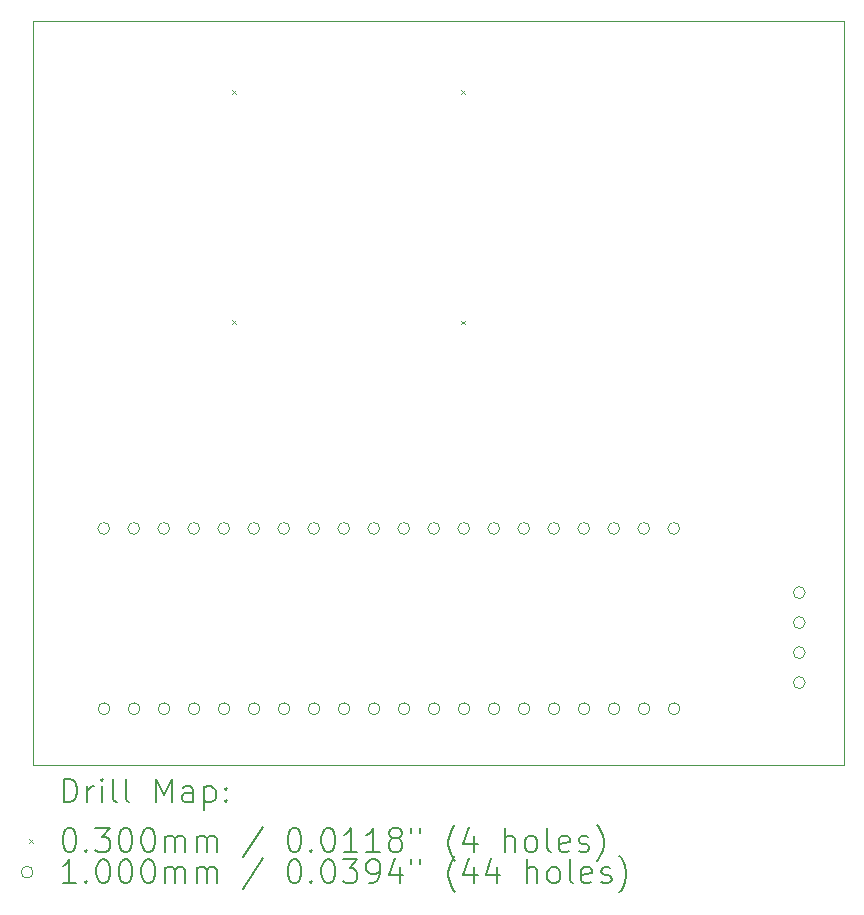
<source format=gbr>
%TF.GenerationSoftware,KiCad,Pcbnew,8.0.8*%
%TF.CreationDate,2025-06-15T23:17:13+08:00*%
%TF.ProjectId,2x2,3278322e-6b69-4636-9164-5f7063625858,rev?*%
%TF.SameCoordinates,Original*%
%TF.FileFunction,Drillmap*%
%TF.FilePolarity,Positive*%
%FSLAX45Y45*%
G04 Gerber Fmt 4.5, Leading zero omitted, Abs format (unit mm)*
G04 Created by KiCad (PCBNEW 8.0.8) date 2025-06-15 23:17:13*
%MOMM*%
%LPD*%
G01*
G04 APERTURE LIST*
%ADD10C,0.050000*%
%ADD11C,0.200000*%
%ADD12C,0.100000*%
G04 APERTURE END LIST*
D10*
X8201660Y-3180080D02*
X15062200Y-3180080D01*
X15062200Y-9476740D01*
X8201660Y-9476740D01*
X8201660Y-3180080D01*
D11*
D12*
X9885000Y-5710160D02*
X9915000Y-5740160D01*
X9915000Y-5710160D02*
X9885000Y-5740160D01*
X9887540Y-3764520D02*
X9917540Y-3794520D01*
X9917540Y-3764520D02*
X9887540Y-3794520D01*
X11823020Y-3764520D02*
X11853020Y-3794520D01*
X11853020Y-3764520D02*
X11823020Y-3794520D01*
X11823020Y-5712700D02*
X11853020Y-5742700D01*
X11853020Y-5712700D02*
X11823020Y-5742700D01*
X8848560Y-7472680D02*
G75*
G02*
X8748560Y-7472680I-50000J0D01*
G01*
X8748560Y-7472680D02*
G75*
G02*
X8848560Y-7472680I50000J0D01*
G01*
X8851100Y-8999220D02*
G75*
G02*
X8751100Y-8999220I-50000J0D01*
G01*
X8751100Y-8999220D02*
G75*
G02*
X8851100Y-8999220I50000J0D01*
G01*
X9102560Y-7472680D02*
G75*
G02*
X9002560Y-7472680I-50000J0D01*
G01*
X9002560Y-7472680D02*
G75*
G02*
X9102560Y-7472680I50000J0D01*
G01*
X9105100Y-8999220D02*
G75*
G02*
X9005100Y-8999220I-50000J0D01*
G01*
X9005100Y-8999220D02*
G75*
G02*
X9105100Y-8999220I50000J0D01*
G01*
X9356560Y-7472680D02*
G75*
G02*
X9256560Y-7472680I-50000J0D01*
G01*
X9256560Y-7472680D02*
G75*
G02*
X9356560Y-7472680I50000J0D01*
G01*
X9359100Y-8999220D02*
G75*
G02*
X9259100Y-8999220I-50000J0D01*
G01*
X9259100Y-8999220D02*
G75*
G02*
X9359100Y-8999220I50000J0D01*
G01*
X9610560Y-7472680D02*
G75*
G02*
X9510560Y-7472680I-50000J0D01*
G01*
X9510560Y-7472680D02*
G75*
G02*
X9610560Y-7472680I50000J0D01*
G01*
X9613100Y-8999220D02*
G75*
G02*
X9513100Y-8999220I-50000J0D01*
G01*
X9513100Y-8999220D02*
G75*
G02*
X9613100Y-8999220I50000J0D01*
G01*
X9864560Y-7472680D02*
G75*
G02*
X9764560Y-7472680I-50000J0D01*
G01*
X9764560Y-7472680D02*
G75*
G02*
X9864560Y-7472680I50000J0D01*
G01*
X9867100Y-8999220D02*
G75*
G02*
X9767100Y-8999220I-50000J0D01*
G01*
X9767100Y-8999220D02*
G75*
G02*
X9867100Y-8999220I50000J0D01*
G01*
X10118560Y-7472680D02*
G75*
G02*
X10018560Y-7472680I-50000J0D01*
G01*
X10018560Y-7472680D02*
G75*
G02*
X10118560Y-7472680I50000J0D01*
G01*
X10121100Y-8999220D02*
G75*
G02*
X10021100Y-8999220I-50000J0D01*
G01*
X10021100Y-8999220D02*
G75*
G02*
X10121100Y-8999220I50000J0D01*
G01*
X10372560Y-7472680D02*
G75*
G02*
X10272560Y-7472680I-50000J0D01*
G01*
X10272560Y-7472680D02*
G75*
G02*
X10372560Y-7472680I50000J0D01*
G01*
X10375100Y-8999220D02*
G75*
G02*
X10275100Y-8999220I-50000J0D01*
G01*
X10275100Y-8999220D02*
G75*
G02*
X10375100Y-8999220I50000J0D01*
G01*
X10626560Y-7472680D02*
G75*
G02*
X10526560Y-7472680I-50000J0D01*
G01*
X10526560Y-7472680D02*
G75*
G02*
X10626560Y-7472680I50000J0D01*
G01*
X10629100Y-8999220D02*
G75*
G02*
X10529100Y-8999220I-50000J0D01*
G01*
X10529100Y-8999220D02*
G75*
G02*
X10629100Y-8999220I50000J0D01*
G01*
X10880560Y-7472680D02*
G75*
G02*
X10780560Y-7472680I-50000J0D01*
G01*
X10780560Y-7472680D02*
G75*
G02*
X10880560Y-7472680I50000J0D01*
G01*
X10883100Y-8999220D02*
G75*
G02*
X10783100Y-8999220I-50000J0D01*
G01*
X10783100Y-8999220D02*
G75*
G02*
X10883100Y-8999220I50000J0D01*
G01*
X11134560Y-7472680D02*
G75*
G02*
X11034560Y-7472680I-50000J0D01*
G01*
X11034560Y-7472680D02*
G75*
G02*
X11134560Y-7472680I50000J0D01*
G01*
X11137100Y-8999220D02*
G75*
G02*
X11037100Y-8999220I-50000J0D01*
G01*
X11037100Y-8999220D02*
G75*
G02*
X11137100Y-8999220I50000J0D01*
G01*
X11388560Y-7472680D02*
G75*
G02*
X11288560Y-7472680I-50000J0D01*
G01*
X11288560Y-7472680D02*
G75*
G02*
X11388560Y-7472680I50000J0D01*
G01*
X11391100Y-8999220D02*
G75*
G02*
X11291100Y-8999220I-50000J0D01*
G01*
X11291100Y-8999220D02*
G75*
G02*
X11391100Y-8999220I50000J0D01*
G01*
X11642560Y-7472680D02*
G75*
G02*
X11542560Y-7472680I-50000J0D01*
G01*
X11542560Y-7472680D02*
G75*
G02*
X11642560Y-7472680I50000J0D01*
G01*
X11645100Y-8999220D02*
G75*
G02*
X11545100Y-8999220I-50000J0D01*
G01*
X11545100Y-8999220D02*
G75*
G02*
X11645100Y-8999220I50000J0D01*
G01*
X11896560Y-7472680D02*
G75*
G02*
X11796560Y-7472680I-50000J0D01*
G01*
X11796560Y-7472680D02*
G75*
G02*
X11896560Y-7472680I50000J0D01*
G01*
X11899100Y-8999220D02*
G75*
G02*
X11799100Y-8999220I-50000J0D01*
G01*
X11799100Y-8999220D02*
G75*
G02*
X11899100Y-8999220I50000J0D01*
G01*
X12150560Y-7472680D02*
G75*
G02*
X12050560Y-7472680I-50000J0D01*
G01*
X12050560Y-7472680D02*
G75*
G02*
X12150560Y-7472680I50000J0D01*
G01*
X12153100Y-8999220D02*
G75*
G02*
X12053100Y-8999220I-50000J0D01*
G01*
X12053100Y-8999220D02*
G75*
G02*
X12153100Y-8999220I50000J0D01*
G01*
X12404560Y-7472680D02*
G75*
G02*
X12304560Y-7472680I-50000J0D01*
G01*
X12304560Y-7472680D02*
G75*
G02*
X12404560Y-7472680I50000J0D01*
G01*
X12407100Y-8999220D02*
G75*
G02*
X12307100Y-8999220I-50000J0D01*
G01*
X12307100Y-8999220D02*
G75*
G02*
X12407100Y-8999220I50000J0D01*
G01*
X12658560Y-7472680D02*
G75*
G02*
X12558560Y-7472680I-50000J0D01*
G01*
X12558560Y-7472680D02*
G75*
G02*
X12658560Y-7472680I50000J0D01*
G01*
X12661100Y-8999220D02*
G75*
G02*
X12561100Y-8999220I-50000J0D01*
G01*
X12561100Y-8999220D02*
G75*
G02*
X12661100Y-8999220I50000J0D01*
G01*
X12912560Y-7472680D02*
G75*
G02*
X12812560Y-7472680I-50000J0D01*
G01*
X12812560Y-7472680D02*
G75*
G02*
X12912560Y-7472680I50000J0D01*
G01*
X12915100Y-8999220D02*
G75*
G02*
X12815100Y-8999220I-50000J0D01*
G01*
X12815100Y-8999220D02*
G75*
G02*
X12915100Y-8999220I50000J0D01*
G01*
X13166560Y-7472680D02*
G75*
G02*
X13066560Y-7472680I-50000J0D01*
G01*
X13066560Y-7472680D02*
G75*
G02*
X13166560Y-7472680I50000J0D01*
G01*
X13169100Y-8999220D02*
G75*
G02*
X13069100Y-8999220I-50000J0D01*
G01*
X13069100Y-8999220D02*
G75*
G02*
X13169100Y-8999220I50000J0D01*
G01*
X13420560Y-7472680D02*
G75*
G02*
X13320560Y-7472680I-50000J0D01*
G01*
X13320560Y-7472680D02*
G75*
G02*
X13420560Y-7472680I50000J0D01*
G01*
X13423100Y-8999220D02*
G75*
G02*
X13323100Y-8999220I-50000J0D01*
G01*
X13323100Y-8999220D02*
G75*
G02*
X13423100Y-8999220I50000J0D01*
G01*
X13674560Y-7472680D02*
G75*
G02*
X13574560Y-7472680I-50000J0D01*
G01*
X13574560Y-7472680D02*
G75*
G02*
X13674560Y-7472680I50000J0D01*
G01*
X13677100Y-8999220D02*
G75*
G02*
X13577100Y-8999220I-50000J0D01*
G01*
X13577100Y-8999220D02*
G75*
G02*
X13677100Y-8999220I50000J0D01*
G01*
X14736280Y-8016240D02*
G75*
G02*
X14636280Y-8016240I-50000J0D01*
G01*
X14636280Y-8016240D02*
G75*
G02*
X14736280Y-8016240I50000J0D01*
G01*
X14736280Y-8270240D02*
G75*
G02*
X14636280Y-8270240I-50000J0D01*
G01*
X14636280Y-8270240D02*
G75*
G02*
X14736280Y-8270240I50000J0D01*
G01*
X14736280Y-8524240D02*
G75*
G02*
X14636280Y-8524240I-50000J0D01*
G01*
X14636280Y-8524240D02*
G75*
G02*
X14736280Y-8524240I50000J0D01*
G01*
X14736280Y-8778240D02*
G75*
G02*
X14636280Y-8778240I-50000J0D01*
G01*
X14636280Y-8778240D02*
G75*
G02*
X14736280Y-8778240I50000J0D01*
G01*
D11*
X8459937Y-9790724D02*
X8459937Y-9590724D01*
X8459937Y-9590724D02*
X8507556Y-9590724D01*
X8507556Y-9590724D02*
X8536127Y-9600248D01*
X8536127Y-9600248D02*
X8555175Y-9619295D01*
X8555175Y-9619295D02*
X8564699Y-9638343D01*
X8564699Y-9638343D02*
X8574223Y-9676438D01*
X8574223Y-9676438D02*
X8574223Y-9705010D01*
X8574223Y-9705010D02*
X8564699Y-9743105D01*
X8564699Y-9743105D02*
X8555175Y-9762152D01*
X8555175Y-9762152D02*
X8536127Y-9781200D01*
X8536127Y-9781200D02*
X8507556Y-9790724D01*
X8507556Y-9790724D02*
X8459937Y-9790724D01*
X8659937Y-9790724D02*
X8659937Y-9657390D01*
X8659937Y-9695486D02*
X8669461Y-9676438D01*
X8669461Y-9676438D02*
X8678984Y-9666914D01*
X8678984Y-9666914D02*
X8698032Y-9657390D01*
X8698032Y-9657390D02*
X8717080Y-9657390D01*
X8783746Y-9790724D02*
X8783746Y-9657390D01*
X8783746Y-9590724D02*
X8774223Y-9600248D01*
X8774223Y-9600248D02*
X8783746Y-9609771D01*
X8783746Y-9609771D02*
X8793270Y-9600248D01*
X8793270Y-9600248D02*
X8783746Y-9590724D01*
X8783746Y-9590724D02*
X8783746Y-9609771D01*
X8907556Y-9790724D02*
X8888508Y-9781200D01*
X8888508Y-9781200D02*
X8878984Y-9762152D01*
X8878984Y-9762152D02*
X8878984Y-9590724D01*
X9012318Y-9790724D02*
X8993270Y-9781200D01*
X8993270Y-9781200D02*
X8983746Y-9762152D01*
X8983746Y-9762152D02*
X8983746Y-9590724D01*
X9240889Y-9790724D02*
X9240889Y-9590724D01*
X9240889Y-9590724D02*
X9307556Y-9733581D01*
X9307556Y-9733581D02*
X9374223Y-9590724D01*
X9374223Y-9590724D02*
X9374223Y-9790724D01*
X9555175Y-9790724D02*
X9555175Y-9685962D01*
X9555175Y-9685962D02*
X9545651Y-9666914D01*
X9545651Y-9666914D02*
X9526604Y-9657390D01*
X9526604Y-9657390D02*
X9488508Y-9657390D01*
X9488508Y-9657390D02*
X9469461Y-9666914D01*
X9555175Y-9781200D02*
X9536127Y-9790724D01*
X9536127Y-9790724D02*
X9488508Y-9790724D01*
X9488508Y-9790724D02*
X9469461Y-9781200D01*
X9469461Y-9781200D02*
X9459937Y-9762152D01*
X9459937Y-9762152D02*
X9459937Y-9743105D01*
X9459937Y-9743105D02*
X9469461Y-9724057D01*
X9469461Y-9724057D02*
X9488508Y-9714533D01*
X9488508Y-9714533D02*
X9536127Y-9714533D01*
X9536127Y-9714533D02*
X9555175Y-9705010D01*
X9650413Y-9657390D02*
X9650413Y-9857390D01*
X9650413Y-9666914D02*
X9669461Y-9657390D01*
X9669461Y-9657390D02*
X9707556Y-9657390D01*
X9707556Y-9657390D02*
X9726604Y-9666914D01*
X9726604Y-9666914D02*
X9736127Y-9676438D01*
X9736127Y-9676438D02*
X9745651Y-9695486D01*
X9745651Y-9695486D02*
X9745651Y-9752629D01*
X9745651Y-9752629D02*
X9736127Y-9771676D01*
X9736127Y-9771676D02*
X9726604Y-9781200D01*
X9726604Y-9781200D02*
X9707556Y-9790724D01*
X9707556Y-9790724D02*
X9669461Y-9790724D01*
X9669461Y-9790724D02*
X9650413Y-9781200D01*
X9831365Y-9771676D02*
X9840889Y-9781200D01*
X9840889Y-9781200D02*
X9831365Y-9790724D01*
X9831365Y-9790724D02*
X9821842Y-9781200D01*
X9821842Y-9781200D02*
X9831365Y-9771676D01*
X9831365Y-9771676D02*
X9831365Y-9790724D01*
X9831365Y-9666914D02*
X9840889Y-9676438D01*
X9840889Y-9676438D02*
X9831365Y-9685962D01*
X9831365Y-9685962D02*
X9821842Y-9676438D01*
X9821842Y-9676438D02*
X9831365Y-9666914D01*
X9831365Y-9666914D02*
X9831365Y-9685962D01*
D12*
X8169160Y-10104240D02*
X8199160Y-10134240D01*
X8199160Y-10104240D02*
X8169160Y-10134240D01*
D11*
X8498032Y-10010724D02*
X8517080Y-10010724D01*
X8517080Y-10010724D02*
X8536127Y-10020248D01*
X8536127Y-10020248D02*
X8545651Y-10029771D01*
X8545651Y-10029771D02*
X8555175Y-10048819D01*
X8555175Y-10048819D02*
X8564699Y-10086914D01*
X8564699Y-10086914D02*
X8564699Y-10134533D01*
X8564699Y-10134533D02*
X8555175Y-10172629D01*
X8555175Y-10172629D02*
X8545651Y-10191676D01*
X8545651Y-10191676D02*
X8536127Y-10201200D01*
X8536127Y-10201200D02*
X8517080Y-10210724D01*
X8517080Y-10210724D02*
X8498032Y-10210724D01*
X8498032Y-10210724D02*
X8478984Y-10201200D01*
X8478984Y-10201200D02*
X8469461Y-10191676D01*
X8469461Y-10191676D02*
X8459937Y-10172629D01*
X8459937Y-10172629D02*
X8450413Y-10134533D01*
X8450413Y-10134533D02*
X8450413Y-10086914D01*
X8450413Y-10086914D02*
X8459937Y-10048819D01*
X8459937Y-10048819D02*
X8469461Y-10029771D01*
X8469461Y-10029771D02*
X8478984Y-10020248D01*
X8478984Y-10020248D02*
X8498032Y-10010724D01*
X8650413Y-10191676D02*
X8659937Y-10201200D01*
X8659937Y-10201200D02*
X8650413Y-10210724D01*
X8650413Y-10210724D02*
X8640889Y-10201200D01*
X8640889Y-10201200D02*
X8650413Y-10191676D01*
X8650413Y-10191676D02*
X8650413Y-10210724D01*
X8726604Y-10010724D02*
X8850413Y-10010724D01*
X8850413Y-10010724D02*
X8783746Y-10086914D01*
X8783746Y-10086914D02*
X8812318Y-10086914D01*
X8812318Y-10086914D02*
X8831365Y-10096438D01*
X8831365Y-10096438D02*
X8840889Y-10105962D01*
X8840889Y-10105962D02*
X8850413Y-10125010D01*
X8850413Y-10125010D02*
X8850413Y-10172629D01*
X8850413Y-10172629D02*
X8840889Y-10191676D01*
X8840889Y-10191676D02*
X8831365Y-10201200D01*
X8831365Y-10201200D02*
X8812318Y-10210724D01*
X8812318Y-10210724D02*
X8755175Y-10210724D01*
X8755175Y-10210724D02*
X8736127Y-10201200D01*
X8736127Y-10201200D02*
X8726604Y-10191676D01*
X8974223Y-10010724D02*
X8993270Y-10010724D01*
X8993270Y-10010724D02*
X9012318Y-10020248D01*
X9012318Y-10020248D02*
X9021842Y-10029771D01*
X9021842Y-10029771D02*
X9031365Y-10048819D01*
X9031365Y-10048819D02*
X9040889Y-10086914D01*
X9040889Y-10086914D02*
X9040889Y-10134533D01*
X9040889Y-10134533D02*
X9031365Y-10172629D01*
X9031365Y-10172629D02*
X9021842Y-10191676D01*
X9021842Y-10191676D02*
X9012318Y-10201200D01*
X9012318Y-10201200D02*
X8993270Y-10210724D01*
X8993270Y-10210724D02*
X8974223Y-10210724D01*
X8974223Y-10210724D02*
X8955175Y-10201200D01*
X8955175Y-10201200D02*
X8945651Y-10191676D01*
X8945651Y-10191676D02*
X8936127Y-10172629D01*
X8936127Y-10172629D02*
X8926604Y-10134533D01*
X8926604Y-10134533D02*
X8926604Y-10086914D01*
X8926604Y-10086914D02*
X8936127Y-10048819D01*
X8936127Y-10048819D02*
X8945651Y-10029771D01*
X8945651Y-10029771D02*
X8955175Y-10020248D01*
X8955175Y-10020248D02*
X8974223Y-10010724D01*
X9164699Y-10010724D02*
X9183746Y-10010724D01*
X9183746Y-10010724D02*
X9202794Y-10020248D01*
X9202794Y-10020248D02*
X9212318Y-10029771D01*
X9212318Y-10029771D02*
X9221842Y-10048819D01*
X9221842Y-10048819D02*
X9231365Y-10086914D01*
X9231365Y-10086914D02*
X9231365Y-10134533D01*
X9231365Y-10134533D02*
X9221842Y-10172629D01*
X9221842Y-10172629D02*
X9212318Y-10191676D01*
X9212318Y-10191676D02*
X9202794Y-10201200D01*
X9202794Y-10201200D02*
X9183746Y-10210724D01*
X9183746Y-10210724D02*
X9164699Y-10210724D01*
X9164699Y-10210724D02*
X9145651Y-10201200D01*
X9145651Y-10201200D02*
X9136127Y-10191676D01*
X9136127Y-10191676D02*
X9126604Y-10172629D01*
X9126604Y-10172629D02*
X9117080Y-10134533D01*
X9117080Y-10134533D02*
X9117080Y-10086914D01*
X9117080Y-10086914D02*
X9126604Y-10048819D01*
X9126604Y-10048819D02*
X9136127Y-10029771D01*
X9136127Y-10029771D02*
X9145651Y-10020248D01*
X9145651Y-10020248D02*
X9164699Y-10010724D01*
X9317080Y-10210724D02*
X9317080Y-10077390D01*
X9317080Y-10096438D02*
X9326604Y-10086914D01*
X9326604Y-10086914D02*
X9345651Y-10077390D01*
X9345651Y-10077390D02*
X9374223Y-10077390D01*
X9374223Y-10077390D02*
X9393270Y-10086914D01*
X9393270Y-10086914D02*
X9402794Y-10105962D01*
X9402794Y-10105962D02*
X9402794Y-10210724D01*
X9402794Y-10105962D02*
X9412318Y-10086914D01*
X9412318Y-10086914D02*
X9431365Y-10077390D01*
X9431365Y-10077390D02*
X9459937Y-10077390D01*
X9459937Y-10077390D02*
X9478985Y-10086914D01*
X9478985Y-10086914D02*
X9488508Y-10105962D01*
X9488508Y-10105962D02*
X9488508Y-10210724D01*
X9583746Y-10210724D02*
X9583746Y-10077390D01*
X9583746Y-10096438D02*
X9593270Y-10086914D01*
X9593270Y-10086914D02*
X9612318Y-10077390D01*
X9612318Y-10077390D02*
X9640889Y-10077390D01*
X9640889Y-10077390D02*
X9659937Y-10086914D01*
X9659937Y-10086914D02*
X9669461Y-10105962D01*
X9669461Y-10105962D02*
X9669461Y-10210724D01*
X9669461Y-10105962D02*
X9678985Y-10086914D01*
X9678985Y-10086914D02*
X9698032Y-10077390D01*
X9698032Y-10077390D02*
X9726604Y-10077390D01*
X9726604Y-10077390D02*
X9745651Y-10086914D01*
X9745651Y-10086914D02*
X9755175Y-10105962D01*
X9755175Y-10105962D02*
X9755175Y-10210724D01*
X10145651Y-10001200D02*
X9974223Y-10258343D01*
X10402794Y-10010724D02*
X10421842Y-10010724D01*
X10421842Y-10010724D02*
X10440889Y-10020248D01*
X10440889Y-10020248D02*
X10450413Y-10029771D01*
X10450413Y-10029771D02*
X10459937Y-10048819D01*
X10459937Y-10048819D02*
X10469461Y-10086914D01*
X10469461Y-10086914D02*
X10469461Y-10134533D01*
X10469461Y-10134533D02*
X10459937Y-10172629D01*
X10459937Y-10172629D02*
X10450413Y-10191676D01*
X10450413Y-10191676D02*
X10440889Y-10201200D01*
X10440889Y-10201200D02*
X10421842Y-10210724D01*
X10421842Y-10210724D02*
X10402794Y-10210724D01*
X10402794Y-10210724D02*
X10383747Y-10201200D01*
X10383747Y-10201200D02*
X10374223Y-10191676D01*
X10374223Y-10191676D02*
X10364699Y-10172629D01*
X10364699Y-10172629D02*
X10355175Y-10134533D01*
X10355175Y-10134533D02*
X10355175Y-10086914D01*
X10355175Y-10086914D02*
X10364699Y-10048819D01*
X10364699Y-10048819D02*
X10374223Y-10029771D01*
X10374223Y-10029771D02*
X10383747Y-10020248D01*
X10383747Y-10020248D02*
X10402794Y-10010724D01*
X10555175Y-10191676D02*
X10564699Y-10201200D01*
X10564699Y-10201200D02*
X10555175Y-10210724D01*
X10555175Y-10210724D02*
X10545651Y-10201200D01*
X10545651Y-10201200D02*
X10555175Y-10191676D01*
X10555175Y-10191676D02*
X10555175Y-10210724D01*
X10688508Y-10010724D02*
X10707556Y-10010724D01*
X10707556Y-10010724D02*
X10726604Y-10020248D01*
X10726604Y-10020248D02*
X10736128Y-10029771D01*
X10736128Y-10029771D02*
X10745651Y-10048819D01*
X10745651Y-10048819D02*
X10755175Y-10086914D01*
X10755175Y-10086914D02*
X10755175Y-10134533D01*
X10755175Y-10134533D02*
X10745651Y-10172629D01*
X10745651Y-10172629D02*
X10736128Y-10191676D01*
X10736128Y-10191676D02*
X10726604Y-10201200D01*
X10726604Y-10201200D02*
X10707556Y-10210724D01*
X10707556Y-10210724D02*
X10688508Y-10210724D01*
X10688508Y-10210724D02*
X10669461Y-10201200D01*
X10669461Y-10201200D02*
X10659937Y-10191676D01*
X10659937Y-10191676D02*
X10650413Y-10172629D01*
X10650413Y-10172629D02*
X10640889Y-10134533D01*
X10640889Y-10134533D02*
X10640889Y-10086914D01*
X10640889Y-10086914D02*
X10650413Y-10048819D01*
X10650413Y-10048819D02*
X10659937Y-10029771D01*
X10659937Y-10029771D02*
X10669461Y-10020248D01*
X10669461Y-10020248D02*
X10688508Y-10010724D01*
X10945651Y-10210724D02*
X10831366Y-10210724D01*
X10888508Y-10210724D02*
X10888508Y-10010724D01*
X10888508Y-10010724D02*
X10869461Y-10039295D01*
X10869461Y-10039295D02*
X10850413Y-10058343D01*
X10850413Y-10058343D02*
X10831366Y-10067867D01*
X11136128Y-10210724D02*
X11021842Y-10210724D01*
X11078985Y-10210724D02*
X11078985Y-10010724D01*
X11078985Y-10010724D02*
X11059937Y-10039295D01*
X11059937Y-10039295D02*
X11040889Y-10058343D01*
X11040889Y-10058343D02*
X11021842Y-10067867D01*
X11250413Y-10096438D02*
X11231366Y-10086914D01*
X11231366Y-10086914D02*
X11221842Y-10077390D01*
X11221842Y-10077390D02*
X11212318Y-10058343D01*
X11212318Y-10058343D02*
X11212318Y-10048819D01*
X11212318Y-10048819D02*
X11221842Y-10029771D01*
X11221842Y-10029771D02*
X11231366Y-10020248D01*
X11231366Y-10020248D02*
X11250413Y-10010724D01*
X11250413Y-10010724D02*
X11288508Y-10010724D01*
X11288508Y-10010724D02*
X11307556Y-10020248D01*
X11307556Y-10020248D02*
X11317080Y-10029771D01*
X11317080Y-10029771D02*
X11326604Y-10048819D01*
X11326604Y-10048819D02*
X11326604Y-10058343D01*
X11326604Y-10058343D02*
X11317080Y-10077390D01*
X11317080Y-10077390D02*
X11307556Y-10086914D01*
X11307556Y-10086914D02*
X11288508Y-10096438D01*
X11288508Y-10096438D02*
X11250413Y-10096438D01*
X11250413Y-10096438D02*
X11231366Y-10105962D01*
X11231366Y-10105962D02*
X11221842Y-10115486D01*
X11221842Y-10115486D02*
X11212318Y-10134533D01*
X11212318Y-10134533D02*
X11212318Y-10172629D01*
X11212318Y-10172629D02*
X11221842Y-10191676D01*
X11221842Y-10191676D02*
X11231366Y-10201200D01*
X11231366Y-10201200D02*
X11250413Y-10210724D01*
X11250413Y-10210724D02*
X11288508Y-10210724D01*
X11288508Y-10210724D02*
X11307556Y-10201200D01*
X11307556Y-10201200D02*
X11317080Y-10191676D01*
X11317080Y-10191676D02*
X11326604Y-10172629D01*
X11326604Y-10172629D02*
X11326604Y-10134533D01*
X11326604Y-10134533D02*
X11317080Y-10115486D01*
X11317080Y-10115486D02*
X11307556Y-10105962D01*
X11307556Y-10105962D02*
X11288508Y-10096438D01*
X11402794Y-10010724D02*
X11402794Y-10048819D01*
X11478985Y-10010724D02*
X11478985Y-10048819D01*
X11774223Y-10286914D02*
X11764699Y-10277390D01*
X11764699Y-10277390D02*
X11745651Y-10248819D01*
X11745651Y-10248819D02*
X11736128Y-10229771D01*
X11736128Y-10229771D02*
X11726604Y-10201200D01*
X11726604Y-10201200D02*
X11717080Y-10153581D01*
X11717080Y-10153581D02*
X11717080Y-10115486D01*
X11717080Y-10115486D02*
X11726604Y-10067867D01*
X11726604Y-10067867D02*
X11736128Y-10039295D01*
X11736128Y-10039295D02*
X11745651Y-10020248D01*
X11745651Y-10020248D02*
X11764699Y-9991676D01*
X11764699Y-9991676D02*
X11774223Y-9982152D01*
X11936128Y-10077390D02*
X11936128Y-10210724D01*
X11888508Y-10001200D02*
X11840889Y-10144057D01*
X11840889Y-10144057D02*
X11964699Y-10144057D01*
X12193270Y-10210724D02*
X12193270Y-10010724D01*
X12278985Y-10210724D02*
X12278985Y-10105962D01*
X12278985Y-10105962D02*
X12269461Y-10086914D01*
X12269461Y-10086914D02*
X12250413Y-10077390D01*
X12250413Y-10077390D02*
X12221842Y-10077390D01*
X12221842Y-10077390D02*
X12202794Y-10086914D01*
X12202794Y-10086914D02*
X12193270Y-10096438D01*
X12402794Y-10210724D02*
X12383747Y-10201200D01*
X12383747Y-10201200D02*
X12374223Y-10191676D01*
X12374223Y-10191676D02*
X12364699Y-10172629D01*
X12364699Y-10172629D02*
X12364699Y-10115486D01*
X12364699Y-10115486D02*
X12374223Y-10096438D01*
X12374223Y-10096438D02*
X12383747Y-10086914D01*
X12383747Y-10086914D02*
X12402794Y-10077390D01*
X12402794Y-10077390D02*
X12431366Y-10077390D01*
X12431366Y-10077390D02*
X12450413Y-10086914D01*
X12450413Y-10086914D02*
X12459937Y-10096438D01*
X12459937Y-10096438D02*
X12469461Y-10115486D01*
X12469461Y-10115486D02*
X12469461Y-10172629D01*
X12469461Y-10172629D02*
X12459937Y-10191676D01*
X12459937Y-10191676D02*
X12450413Y-10201200D01*
X12450413Y-10201200D02*
X12431366Y-10210724D01*
X12431366Y-10210724D02*
X12402794Y-10210724D01*
X12583747Y-10210724D02*
X12564699Y-10201200D01*
X12564699Y-10201200D02*
X12555175Y-10182152D01*
X12555175Y-10182152D02*
X12555175Y-10010724D01*
X12736128Y-10201200D02*
X12717080Y-10210724D01*
X12717080Y-10210724D02*
X12678985Y-10210724D01*
X12678985Y-10210724D02*
X12659937Y-10201200D01*
X12659937Y-10201200D02*
X12650413Y-10182152D01*
X12650413Y-10182152D02*
X12650413Y-10105962D01*
X12650413Y-10105962D02*
X12659937Y-10086914D01*
X12659937Y-10086914D02*
X12678985Y-10077390D01*
X12678985Y-10077390D02*
X12717080Y-10077390D01*
X12717080Y-10077390D02*
X12736128Y-10086914D01*
X12736128Y-10086914D02*
X12745651Y-10105962D01*
X12745651Y-10105962D02*
X12745651Y-10125010D01*
X12745651Y-10125010D02*
X12650413Y-10144057D01*
X12821842Y-10201200D02*
X12840890Y-10210724D01*
X12840890Y-10210724D02*
X12878985Y-10210724D01*
X12878985Y-10210724D02*
X12898032Y-10201200D01*
X12898032Y-10201200D02*
X12907556Y-10182152D01*
X12907556Y-10182152D02*
X12907556Y-10172629D01*
X12907556Y-10172629D02*
X12898032Y-10153581D01*
X12898032Y-10153581D02*
X12878985Y-10144057D01*
X12878985Y-10144057D02*
X12850413Y-10144057D01*
X12850413Y-10144057D02*
X12831366Y-10134533D01*
X12831366Y-10134533D02*
X12821842Y-10115486D01*
X12821842Y-10115486D02*
X12821842Y-10105962D01*
X12821842Y-10105962D02*
X12831366Y-10086914D01*
X12831366Y-10086914D02*
X12850413Y-10077390D01*
X12850413Y-10077390D02*
X12878985Y-10077390D01*
X12878985Y-10077390D02*
X12898032Y-10086914D01*
X12974223Y-10286914D02*
X12983747Y-10277390D01*
X12983747Y-10277390D02*
X13002794Y-10248819D01*
X13002794Y-10248819D02*
X13012318Y-10229771D01*
X13012318Y-10229771D02*
X13021842Y-10201200D01*
X13021842Y-10201200D02*
X13031366Y-10153581D01*
X13031366Y-10153581D02*
X13031366Y-10115486D01*
X13031366Y-10115486D02*
X13021842Y-10067867D01*
X13021842Y-10067867D02*
X13012318Y-10039295D01*
X13012318Y-10039295D02*
X13002794Y-10020248D01*
X13002794Y-10020248D02*
X12983747Y-9991676D01*
X12983747Y-9991676D02*
X12974223Y-9982152D01*
D12*
X8199160Y-10383240D02*
G75*
G02*
X8099160Y-10383240I-50000J0D01*
G01*
X8099160Y-10383240D02*
G75*
G02*
X8199160Y-10383240I50000J0D01*
G01*
D11*
X8564699Y-10474724D02*
X8450413Y-10474724D01*
X8507556Y-10474724D02*
X8507556Y-10274724D01*
X8507556Y-10274724D02*
X8488508Y-10303295D01*
X8488508Y-10303295D02*
X8469461Y-10322343D01*
X8469461Y-10322343D02*
X8450413Y-10331867D01*
X8650413Y-10455676D02*
X8659937Y-10465200D01*
X8659937Y-10465200D02*
X8650413Y-10474724D01*
X8650413Y-10474724D02*
X8640889Y-10465200D01*
X8640889Y-10465200D02*
X8650413Y-10455676D01*
X8650413Y-10455676D02*
X8650413Y-10474724D01*
X8783746Y-10274724D02*
X8802794Y-10274724D01*
X8802794Y-10274724D02*
X8821842Y-10284248D01*
X8821842Y-10284248D02*
X8831365Y-10293771D01*
X8831365Y-10293771D02*
X8840889Y-10312819D01*
X8840889Y-10312819D02*
X8850413Y-10350914D01*
X8850413Y-10350914D02*
X8850413Y-10398533D01*
X8850413Y-10398533D02*
X8840889Y-10436629D01*
X8840889Y-10436629D02*
X8831365Y-10455676D01*
X8831365Y-10455676D02*
X8821842Y-10465200D01*
X8821842Y-10465200D02*
X8802794Y-10474724D01*
X8802794Y-10474724D02*
X8783746Y-10474724D01*
X8783746Y-10474724D02*
X8764699Y-10465200D01*
X8764699Y-10465200D02*
X8755175Y-10455676D01*
X8755175Y-10455676D02*
X8745651Y-10436629D01*
X8745651Y-10436629D02*
X8736127Y-10398533D01*
X8736127Y-10398533D02*
X8736127Y-10350914D01*
X8736127Y-10350914D02*
X8745651Y-10312819D01*
X8745651Y-10312819D02*
X8755175Y-10293771D01*
X8755175Y-10293771D02*
X8764699Y-10284248D01*
X8764699Y-10284248D02*
X8783746Y-10274724D01*
X8974223Y-10274724D02*
X8993270Y-10274724D01*
X8993270Y-10274724D02*
X9012318Y-10284248D01*
X9012318Y-10284248D02*
X9021842Y-10293771D01*
X9021842Y-10293771D02*
X9031365Y-10312819D01*
X9031365Y-10312819D02*
X9040889Y-10350914D01*
X9040889Y-10350914D02*
X9040889Y-10398533D01*
X9040889Y-10398533D02*
X9031365Y-10436629D01*
X9031365Y-10436629D02*
X9021842Y-10455676D01*
X9021842Y-10455676D02*
X9012318Y-10465200D01*
X9012318Y-10465200D02*
X8993270Y-10474724D01*
X8993270Y-10474724D02*
X8974223Y-10474724D01*
X8974223Y-10474724D02*
X8955175Y-10465200D01*
X8955175Y-10465200D02*
X8945651Y-10455676D01*
X8945651Y-10455676D02*
X8936127Y-10436629D01*
X8936127Y-10436629D02*
X8926604Y-10398533D01*
X8926604Y-10398533D02*
X8926604Y-10350914D01*
X8926604Y-10350914D02*
X8936127Y-10312819D01*
X8936127Y-10312819D02*
X8945651Y-10293771D01*
X8945651Y-10293771D02*
X8955175Y-10284248D01*
X8955175Y-10284248D02*
X8974223Y-10274724D01*
X9164699Y-10274724D02*
X9183746Y-10274724D01*
X9183746Y-10274724D02*
X9202794Y-10284248D01*
X9202794Y-10284248D02*
X9212318Y-10293771D01*
X9212318Y-10293771D02*
X9221842Y-10312819D01*
X9221842Y-10312819D02*
X9231365Y-10350914D01*
X9231365Y-10350914D02*
X9231365Y-10398533D01*
X9231365Y-10398533D02*
X9221842Y-10436629D01*
X9221842Y-10436629D02*
X9212318Y-10455676D01*
X9212318Y-10455676D02*
X9202794Y-10465200D01*
X9202794Y-10465200D02*
X9183746Y-10474724D01*
X9183746Y-10474724D02*
X9164699Y-10474724D01*
X9164699Y-10474724D02*
X9145651Y-10465200D01*
X9145651Y-10465200D02*
X9136127Y-10455676D01*
X9136127Y-10455676D02*
X9126604Y-10436629D01*
X9126604Y-10436629D02*
X9117080Y-10398533D01*
X9117080Y-10398533D02*
X9117080Y-10350914D01*
X9117080Y-10350914D02*
X9126604Y-10312819D01*
X9126604Y-10312819D02*
X9136127Y-10293771D01*
X9136127Y-10293771D02*
X9145651Y-10284248D01*
X9145651Y-10284248D02*
X9164699Y-10274724D01*
X9317080Y-10474724D02*
X9317080Y-10341390D01*
X9317080Y-10360438D02*
X9326604Y-10350914D01*
X9326604Y-10350914D02*
X9345651Y-10341390D01*
X9345651Y-10341390D02*
X9374223Y-10341390D01*
X9374223Y-10341390D02*
X9393270Y-10350914D01*
X9393270Y-10350914D02*
X9402794Y-10369962D01*
X9402794Y-10369962D02*
X9402794Y-10474724D01*
X9402794Y-10369962D02*
X9412318Y-10350914D01*
X9412318Y-10350914D02*
X9431365Y-10341390D01*
X9431365Y-10341390D02*
X9459937Y-10341390D01*
X9459937Y-10341390D02*
X9478985Y-10350914D01*
X9478985Y-10350914D02*
X9488508Y-10369962D01*
X9488508Y-10369962D02*
X9488508Y-10474724D01*
X9583746Y-10474724D02*
X9583746Y-10341390D01*
X9583746Y-10360438D02*
X9593270Y-10350914D01*
X9593270Y-10350914D02*
X9612318Y-10341390D01*
X9612318Y-10341390D02*
X9640889Y-10341390D01*
X9640889Y-10341390D02*
X9659937Y-10350914D01*
X9659937Y-10350914D02*
X9669461Y-10369962D01*
X9669461Y-10369962D02*
X9669461Y-10474724D01*
X9669461Y-10369962D02*
X9678985Y-10350914D01*
X9678985Y-10350914D02*
X9698032Y-10341390D01*
X9698032Y-10341390D02*
X9726604Y-10341390D01*
X9726604Y-10341390D02*
X9745651Y-10350914D01*
X9745651Y-10350914D02*
X9755175Y-10369962D01*
X9755175Y-10369962D02*
X9755175Y-10474724D01*
X10145651Y-10265200D02*
X9974223Y-10522343D01*
X10402794Y-10274724D02*
X10421842Y-10274724D01*
X10421842Y-10274724D02*
X10440889Y-10284248D01*
X10440889Y-10284248D02*
X10450413Y-10293771D01*
X10450413Y-10293771D02*
X10459937Y-10312819D01*
X10459937Y-10312819D02*
X10469461Y-10350914D01*
X10469461Y-10350914D02*
X10469461Y-10398533D01*
X10469461Y-10398533D02*
X10459937Y-10436629D01*
X10459937Y-10436629D02*
X10450413Y-10455676D01*
X10450413Y-10455676D02*
X10440889Y-10465200D01*
X10440889Y-10465200D02*
X10421842Y-10474724D01*
X10421842Y-10474724D02*
X10402794Y-10474724D01*
X10402794Y-10474724D02*
X10383747Y-10465200D01*
X10383747Y-10465200D02*
X10374223Y-10455676D01*
X10374223Y-10455676D02*
X10364699Y-10436629D01*
X10364699Y-10436629D02*
X10355175Y-10398533D01*
X10355175Y-10398533D02*
X10355175Y-10350914D01*
X10355175Y-10350914D02*
X10364699Y-10312819D01*
X10364699Y-10312819D02*
X10374223Y-10293771D01*
X10374223Y-10293771D02*
X10383747Y-10284248D01*
X10383747Y-10284248D02*
X10402794Y-10274724D01*
X10555175Y-10455676D02*
X10564699Y-10465200D01*
X10564699Y-10465200D02*
X10555175Y-10474724D01*
X10555175Y-10474724D02*
X10545651Y-10465200D01*
X10545651Y-10465200D02*
X10555175Y-10455676D01*
X10555175Y-10455676D02*
X10555175Y-10474724D01*
X10688508Y-10274724D02*
X10707556Y-10274724D01*
X10707556Y-10274724D02*
X10726604Y-10284248D01*
X10726604Y-10284248D02*
X10736128Y-10293771D01*
X10736128Y-10293771D02*
X10745651Y-10312819D01*
X10745651Y-10312819D02*
X10755175Y-10350914D01*
X10755175Y-10350914D02*
X10755175Y-10398533D01*
X10755175Y-10398533D02*
X10745651Y-10436629D01*
X10745651Y-10436629D02*
X10736128Y-10455676D01*
X10736128Y-10455676D02*
X10726604Y-10465200D01*
X10726604Y-10465200D02*
X10707556Y-10474724D01*
X10707556Y-10474724D02*
X10688508Y-10474724D01*
X10688508Y-10474724D02*
X10669461Y-10465200D01*
X10669461Y-10465200D02*
X10659937Y-10455676D01*
X10659937Y-10455676D02*
X10650413Y-10436629D01*
X10650413Y-10436629D02*
X10640889Y-10398533D01*
X10640889Y-10398533D02*
X10640889Y-10350914D01*
X10640889Y-10350914D02*
X10650413Y-10312819D01*
X10650413Y-10312819D02*
X10659937Y-10293771D01*
X10659937Y-10293771D02*
X10669461Y-10284248D01*
X10669461Y-10284248D02*
X10688508Y-10274724D01*
X10821842Y-10274724D02*
X10945651Y-10274724D01*
X10945651Y-10274724D02*
X10878985Y-10350914D01*
X10878985Y-10350914D02*
X10907556Y-10350914D01*
X10907556Y-10350914D02*
X10926604Y-10360438D01*
X10926604Y-10360438D02*
X10936128Y-10369962D01*
X10936128Y-10369962D02*
X10945651Y-10389010D01*
X10945651Y-10389010D02*
X10945651Y-10436629D01*
X10945651Y-10436629D02*
X10936128Y-10455676D01*
X10936128Y-10455676D02*
X10926604Y-10465200D01*
X10926604Y-10465200D02*
X10907556Y-10474724D01*
X10907556Y-10474724D02*
X10850413Y-10474724D01*
X10850413Y-10474724D02*
X10831366Y-10465200D01*
X10831366Y-10465200D02*
X10821842Y-10455676D01*
X11040889Y-10474724D02*
X11078985Y-10474724D01*
X11078985Y-10474724D02*
X11098032Y-10465200D01*
X11098032Y-10465200D02*
X11107556Y-10455676D01*
X11107556Y-10455676D02*
X11126604Y-10427105D01*
X11126604Y-10427105D02*
X11136128Y-10389010D01*
X11136128Y-10389010D02*
X11136128Y-10312819D01*
X11136128Y-10312819D02*
X11126604Y-10293771D01*
X11126604Y-10293771D02*
X11117080Y-10284248D01*
X11117080Y-10284248D02*
X11098032Y-10274724D01*
X11098032Y-10274724D02*
X11059937Y-10274724D01*
X11059937Y-10274724D02*
X11040889Y-10284248D01*
X11040889Y-10284248D02*
X11031366Y-10293771D01*
X11031366Y-10293771D02*
X11021842Y-10312819D01*
X11021842Y-10312819D02*
X11021842Y-10360438D01*
X11021842Y-10360438D02*
X11031366Y-10379486D01*
X11031366Y-10379486D02*
X11040889Y-10389010D01*
X11040889Y-10389010D02*
X11059937Y-10398533D01*
X11059937Y-10398533D02*
X11098032Y-10398533D01*
X11098032Y-10398533D02*
X11117080Y-10389010D01*
X11117080Y-10389010D02*
X11126604Y-10379486D01*
X11126604Y-10379486D02*
X11136128Y-10360438D01*
X11307556Y-10341390D02*
X11307556Y-10474724D01*
X11259937Y-10265200D02*
X11212318Y-10408057D01*
X11212318Y-10408057D02*
X11336127Y-10408057D01*
X11402794Y-10274724D02*
X11402794Y-10312819D01*
X11478985Y-10274724D02*
X11478985Y-10312819D01*
X11774223Y-10550914D02*
X11764699Y-10541390D01*
X11764699Y-10541390D02*
X11745651Y-10512819D01*
X11745651Y-10512819D02*
X11736128Y-10493771D01*
X11736128Y-10493771D02*
X11726604Y-10465200D01*
X11726604Y-10465200D02*
X11717080Y-10417581D01*
X11717080Y-10417581D02*
X11717080Y-10379486D01*
X11717080Y-10379486D02*
X11726604Y-10331867D01*
X11726604Y-10331867D02*
X11736128Y-10303295D01*
X11736128Y-10303295D02*
X11745651Y-10284248D01*
X11745651Y-10284248D02*
X11764699Y-10255676D01*
X11764699Y-10255676D02*
X11774223Y-10246152D01*
X11936128Y-10341390D02*
X11936128Y-10474724D01*
X11888508Y-10265200D02*
X11840889Y-10408057D01*
X11840889Y-10408057D02*
X11964699Y-10408057D01*
X12126604Y-10341390D02*
X12126604Y-10474724D01*
X12078985Y-10265200D02*
X12031366Y-10408057D01*
X12031366Y-10408057D02*
X12155175Y-10408057D01*
X12383747Y-10474724D02*
X12383747Y-10274724D01*
X12469461Y-10474724D02*
X12469461Y-10369962D01*
X12469461Y-10369962D02*
X12459937Y-10350914D01*
X12459937Y-10350914D02*
X12440890Y-10341390D01*
X12440890Y-10341390D02*
X12412318Y-10341390D01*
X12412318Y-10341390D02*
X12393270Y-10350914D01*
X12393270Y-10350914D02*
X12383747Y-10360438D01*
X12593270Y-10474724D02*
X12574223Y-10465200D01*
X12574223Y-10465200D02*
X12564699Y-10455676D01*
X12564699Y-10455676D02*
X12555175Y-10436629D01*
X12555175Y-10436629D02*
X12555175Y-10379486D01*
X12555175Y-10379486D02*
X12564699Y-10360438D01*
X12564699Y-10360438D02*
X12574223Y-10350914D01*
X12574223Y-10350914D02*
X12593270Y-10341390D01*
X12593270Y-10341390D02*
X12621842Y-10341390D01*
X12621842Y-10341390D02*
X12640890Y-10350914D01*
X12640890Y-10350914D02*
X12650413Y-10360438D01*
X12650413Y-10360438D02*
X12659937Y-10379486D01*
X12659937Y-10379486D02*
X12659937Y-10436629D01*
X12659937Y-10436629D02*
X12650413Y-10455676D01*
X12650413Y-10455676D02*
X12640890Y-10465200D01*
X12640890Y-10465200D02*
X12621842Y-10474724D01*
X12621842Y-10474724D02*
X12593270Y-10474724D01*
X12774223Y-10474724D02*
X12755175Y-10465200D01*
X12755175Y-10465200D02*
X12745651Y-10446152D01*
X12745651Y-10446152D02*
X12745651Y-10274724D01*
X12926604Y-10465200D02*
X12907556Y-10474724D01*
X12907556Y-10474724D02*
X12869461Y-10474724D01*
X12869461Y-10474724D02*
X12850413Y-10465200D01*
X12850413Y-10465200D02*
X12840890Y-10446152D01*
X12840890Y-10446152D02*
X12840890Y-10369962D01*
X12840890Y-10369962D02*
X12850413Y-10350914D01*
X12850413Y-10350914D02*
X12869461Y-10341390D01*
X12869461Y-10341390D02*
X12907556Y-10341390D01*
X12907556Y-10341390D02*
X12926604Y-10350914D01*
X12926604Y-10350914D02*
X12936128Y-10369962D01*
X12936128Y-10369962D02*
X12936128Y-10389010D01*
X12936128Y-10389010D02*
X12840890Y-10408057D01*
X13012318Y-10465200D02*
X13031366Y-10474724D01*
X13031366Y-10474724D02*
X13069461Y-10474724D01*
X13069461Y-10474724D02*
X13088509Y-10465200D01*
X13088509Y-10465200D02*
X13098032Y-10446152D01*
X13098032Y-10446152D02*
X13098032Y-10436629D01*
X13098032Y-10436629D02*
X13088509Y-10417581D01*
X13088509Y-10417581D02*
X13069461Y-10408057D01*
X13069461Y-10408057D02*
X13040890Y-10408057D01*
X13040890Y-10408057D02*
X13021842Y-10398533D01*
X13021842Y-10398533D02*
X13012318Y-10379486D01*
X13012318Y-10379486D02*
X13012318Y-10369962D01*
X13012318Y-10369962D02*
X13021842Y-10350914D01*
X13021842Y-10350914D02*
X13040890Y-10341390D01*
X13040890Y-10341390D02*
X13069461Y-10341390D01*
X13069461Y-10341390D02*
X13088509Y-10350914D01*
X13164699Y-10550914D02*
X13174223Y-10541390D01*
X13174223Y-10541390D02*
X13193271Y-10512819D01*
X13193271Y-10512819D02*
X13202794Y-10493771D01*
X13202794Y-10493771D02*
X13212318Y-10465200D01*
X13212318Y-10465200D02*
X13221842Y-10417581D01*
X13221842Y-10417581D02*
X13221842Y-10379486D01*
X13221842Y-10379486D02*
X13212318Y-10331867D01*
X13212318Y-10331867D02*
X13202794Y-10303295D01*
X13202794Y-10303295D02*
X13193271Y-10284248D01*
X13193271Y-10284248D02*
X13174223Y-10255676D01*
X13174223Y-10255676D02*
X13164699Y-10246152D01*
M02*

</source>
